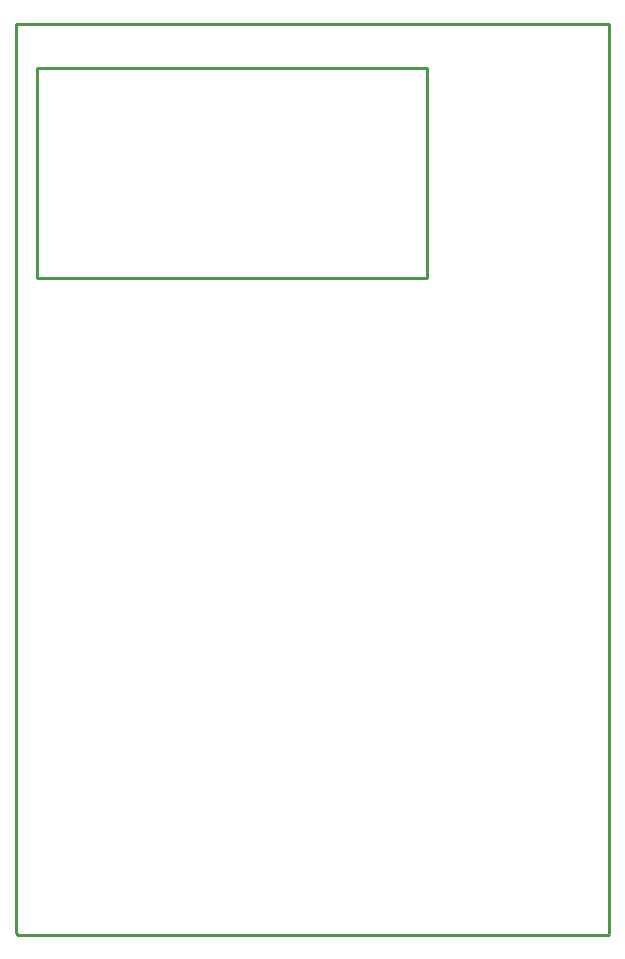
<source format=gm1>
G04*
G04 #@! TF.GenerationSoftware,Altium Limited,Altium Designer,24.6.1 (21)*
G04*
G04 Layer_Color=16711935*
%FSLAX44Y44*%
%MOMM*%
G71*
G04*
G04 #@! TF.SameCoordinates,736086DD-486C-4D62-845F-A3B091FE1A49*
G04*
G04*
G04 #@! TF.FilePolarity,Positive*
G04*
G01*
G75*
%ADD13C,0.2540*%
D13*
X319617Y1061720D02*
X649817D01*
Y1239520D01*
X319617D02*
X649817D01*
X319617Y1236980D02*
Y1239520D01*
Y1061720D02*
Y1236980D01*
X302260Y1276350D02*
X302260Y538480D01*
Y506730D02*
X303530Y505460D01*
X803910Y506730D02*
X803910Y1276350D01*
X302260Y506730D02*
Y538480D01*
X303530Y505460D02*
X803910D01*
X302260Y1276350D02*
X803910D01*
M02*

</source>
